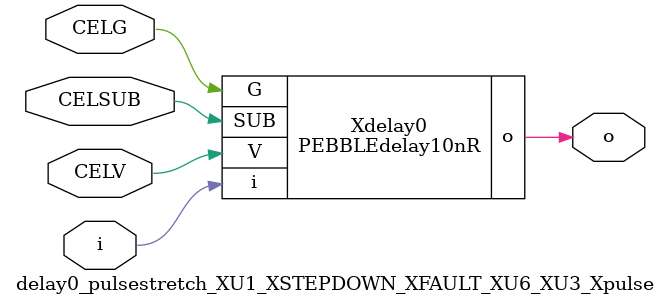
<source format=v>



module PEBBLEdelay10nR ( o, V, G, i, SUB );

  input V;
  input i;
  input G;
  output o;
  input SUB;
endmodule

//Celera Confidential Do Not Copy delay0_pulsestretch_XU1_XSTEPDOWN_XFAULT_XU6_XU3_Xpulse
//TYPE: fixed 10ns
module delay0_pulsestretch_XU1_XSTEPDOWN_XFAULT_XU6_XU3_Xpulse (i, CELV, o,
CELG,CELSUB);
input CELV;
input i;
output o;
input CELSUB;
input CELG;

//Celera Confidential Do Not Copy delayfast0
PEBBLEdelay10nR Xdelay0(
.V (CELV),
.i (i),
.o (o),
.G (CELG),
.SUB (CELSUB)
);
//,diesize,PEBBLEdelay10nR

//Celera Confidential Do Not Copy Module End
//Celera Schematic Generator
endmodule

</source>
